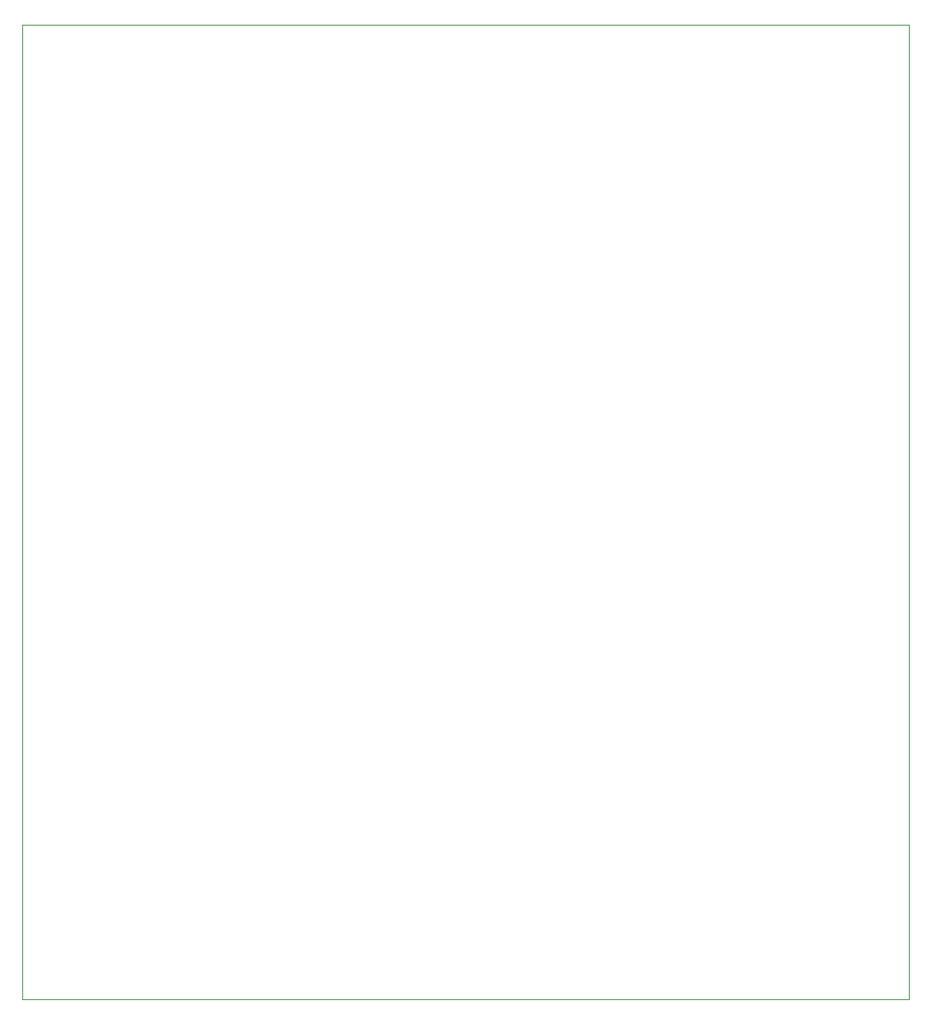
<source format=gm1>
G04 #@! TF.FileFunction,Profile,NP*
%FSLAX46Y46*%
G04 Gerber Fmt 4.6, Leading zero omitted, Abs format (unit mm)*
G04 Created by KiCad (PCBNEW 4.0.2+e4-6225~38~ubuntu16.10.1-stable) date Mi 04 Jan 2017 00:52:02 CET*
%MOMM*%
G01*
G04 APERTURE LIST*
%ADD10C,0.150000*%
%ADD11C,0.100000*%
G04 APERTURE END LIST*
D10*
D11*
X91000000Y0D02*
X89000000Y0D01*
X91000000Y-100000000D02*
X91000000Y0D01*
X91000000Y-100000000D02*
X90000000Y-100000000D01*
X85000000Y0D02*
X90400000Y0D01*
X85000000Y-100000000D02*
X90400000Y-100000000D01*
X0Y-100000000D02*
X0Y0D01*
X85000000Y0D02*
X76000000Y0D01*
X0Y-100000000D02*
X85000000Y-100000000D01*
X78500000Y-100000000D02*
X79500000Y-100000000D01*
X0Y0D02*
X3000000Y0D01*
X0Y0D02*
X76000000Y0D01*
X0Y-1000000D02*
X0Y0D01*
M02*

</source>
